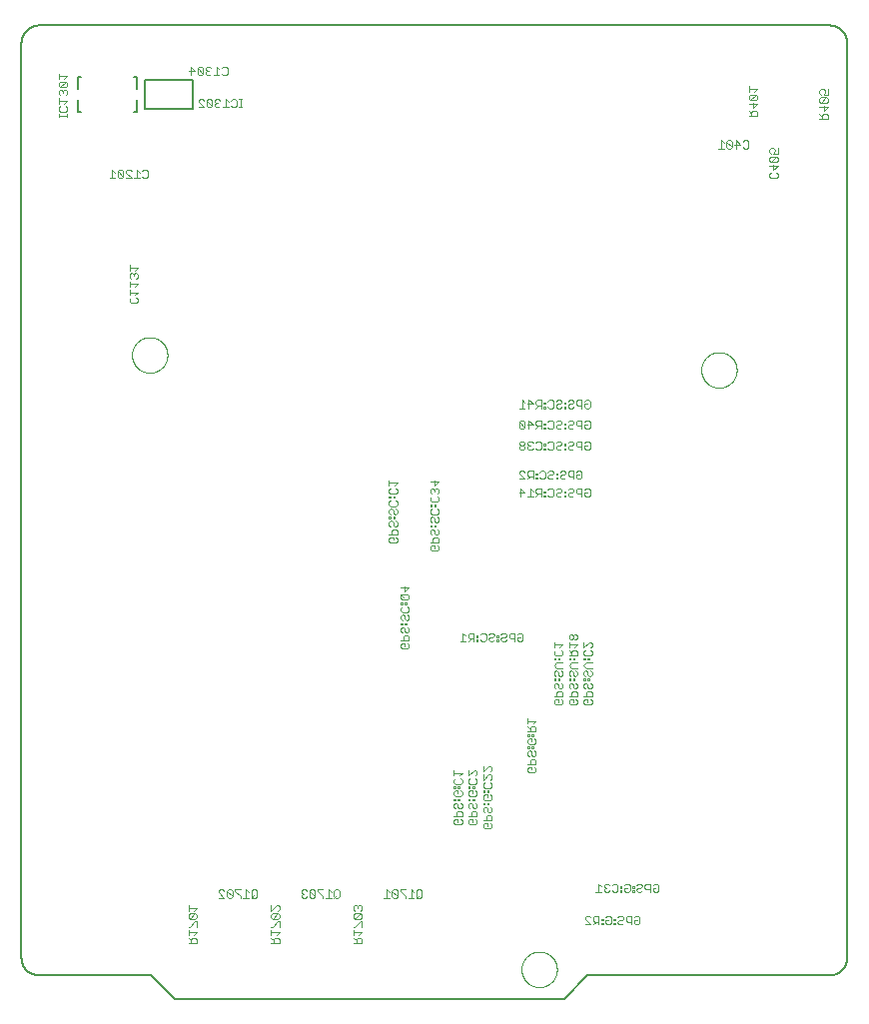
<source format=gbo>
G04 EAGLE Gerber RS-274X export*
G75*
%MOMM*%
%FSLAX35Y35*%
%LPD*%
%INsilk_bottom*%
%IPPOS*%
%AMOC8*
5,1,8,0,0,1.08239X$1,22.5*%
G01*
%ADD10C,0.127000*%
%ADD11C,0.000000*%
%ADD12C,0.050800*%


D10*
X0Y359000D02*
X0Y8109000D01*
X44Y8112625D01*
X175Y8116247D01*
X394Y8119865D01*
X700Y8123477D01*
X1094Y8127081D01*
X1574Y8130673D01*
X2141Y8134254D01*
X2794Y8137819D01*
X3534Y8141368D01*
X4359Y8144897D01*
X5269Y8148406D01*
X6263Y8151892D01*
X7342Y8155353D01*
X8503Y8158786D01*
X9748Y8162191D01*
X11074Y8165564D01*
X12481Y8168905D01*
X13969Y8172210D01*
X15536Y8175479D01*
X17182Y8178708D01*
X18905Y8181898D01*
X20705Y8185044D01*
X22580Y8188146D01*
X24529Y8191202D01*
X26552Y8194210D01*
X28647Y8197168D01*
X30813Y8200074D01*
X33049Y8202928D01*
X35353Y8205726D01*
X37723Y8208468D01*
X40160Y8211152D01*
X42660Y8213777D01*
X45223Y8216340D01*
X47848Y8218840D01*
X50532Y8221277D01*
X53274Y8223647D01*
X56072Y8225951D01*
X58926Y8228187D01*
X61832Y8230353D01*
X64790Y8232448D01*
X67798Y8234471D01*
X70854Y8236420D01*
X73956Y8238295D01*
X77102Y8240095D01*
X80292Y8241818D01*
X83521Y8243464D01*
X86790Y8245031D01*
X90095Y8246519D01*
X93436Y8247926D01*
X96809Y8249252D01*
X100214Y8250497D01*
X103647Y8251658D01*
X107108Y8252737D01*
X110594Y8253731D01*
X114103Y8254641D01*
X117632Y8255466D01*
X121181Y8256206D01*
X124746Y8256859D01*
X128327Y8257426D01*
X131919Y8257906D01*
X135523Y8258300D01*
X139135Y8258606D01*
X142753Y8258825D01*
X146375Y8258956D01*
X150000Y8259000D01*
X6850000Y8259000D01*
X6853625Y8258956D01*
X6857247Y8258825D01*
X6860865Y8258606D01*
X6864477Y8258300D01*
X6868081Y8257906D01*
X6871673Y8257426D01*
X6875254Y8256859D01*
X6878819Y8256206D01*
X6882368Y8255466D01*
X6885897Y8254641D01*
X6889406Y8253731D01*
X6892892Y8252737D01*
X6896353Y8251658D01*
X6899786Y8250497D01*
X6903191Y8249252D01*
X6906564Y8247926D01*
X6909905Y8246519D01*
X6913210Y8245031D01*
X6916479Y8243464D01*
X6919708Y8241818D01*
X6922898Y8240095D01*
X6926044Y8238295D01*
X6929146Y8236420D01*
X6932202Y8234471D01*
X6935210Y8232448D01*
X6938168Y8230353D01*
X6941074Y8228187D01*
X6943928Y8225951D01*
X6946726Y8223647D01*
X6949468Y8221277D01*
X6952152Y8218840D01*
X6954777Y8216340D01*
X6957340Y8213777D01*
X6959840Y8211152D01*
X6962277Y8208468D01*
X6964647Y8205726D01*
X6966951Y8202928D01*
X6969187Y8200074D01*
X6971353Y8197168D01*
X6973448Y8194210D01*
X6975471Y8191202D01*
X6977420Y8188146D01*
X6979295Y8185044D01*
X6981095Y8181898D01*
X6982818Y8178708D01*
X6984464Y8175479D01*
X6986031Y8172210D01*
X6987519Y8168905D01*
X6988926Y8165564D01*
X6990252Y8162191D01*
X6991497Y8158786D01*
X6992658Y8155353D01*
X6993737Y8151892D01*
X6994731Y8148406D01*
X6995641Y8144897D01*
X6996466Y8141368D01*
X6997206Y8137819D01*
X6997859Y8134254D01*
X6998426Y8130673D01*
X6998906Y8127081D01*
X6999300Y8123477D01*
X6999606Y8119865D01*
X6999825Y8116247D01*
X6999956Y8112625D01*
X7000000Y8109000D01*
X7000000Y359000D01*
X6999956Y355375D01*
X6999825Y351753D01*
X6999606Y348135D01*
X6999300Y344523D01*
X6998906Y340919D01*
X6998426Y337327D01*
X6997859Y333746D01*
X6997206Y330181D01*
X6996466Y326632D01*
X6995641Y323103D01*
X6994731Y319594D01*
X6993737Y316108D01*
X6992658Y312647D01*
X6991497Y309214D01*
X6990252Y305809D01*
X6988926Y302436D01*
X6987519Y299095D01*
X6986031Y295790D01*
X6984464Y292521D01*
X6982818Y289292D01*
X6981095Y286102D01*
X6979295Y282956D01*
X6977420Y279854D01*
X6975471Y276798D01*
X6973448Y273790D01*
X6971353Y270832D01*
X6969187Y267926D01*
X6966951Y265072D01*
X6964647Y262274D01*
X6962277Y259532D01*
X6959840Y256848D01*
X6957340Y254223D01*
X6954777Y251660D01*
X6952152Y249160D01*
X6949468Y246723D01*
X6946726Y244353D01*
X6943928Y242049D01*
X6941074Y239813D01*
X6938168Y237647D01*
X6935210Y235552D01*
X6932202Y233529D01*
X6929146Y231580D01*
X6926044Y229705D01*
X6922898Y227905D01*
X6919708Y226182D01*
X6916479Y224536D01*
X6913210Y222969D01*
X6909905Y221481D01*
X6906564Y220074D01*
X6903191Y218748D01*
X6899786Y217503D01*
X6896353Y216342D01*
X6892892Y215263D01*
X6889406Y214269D01*
X6885897Y213359D01*
X6882368Y212534D01*
X6878819Y211794D01*
X6875254Y211141D01*
X6871673Y210574D01*
X6868081Y210094D01*
X6864477Y209700D01*
X6860865Y209394D01*
X6857247Y209175D01*
X6853625Y209044D01*
X6850000Y209000D01*
X4800000Y209000D01*
X4600000Y9000D01*
X1300000Y9000D01*
X1100000Y209000D01*
X150000Y209000D01*
X146375Y209044D01*
X142753Y209175D01*
X139135Y209394D01*
X135523Y209700D01*
X131919Y210094D01*
X128327Y210574D01*
X124746Y211141D01*
X121181Y211794D01*
X117632Y212534D01*
X114103Y213359D01*
X110594Y214269D01*
X107108Y215263D01*
X103647Y216342D01*
X100214Y217503D01*
X96809Y218748D01*
X93436Y220074D01*
X90095Y221481D01*
X86790Y222969D01*
X83521Y224536D01*
X80292Y226182D01*
X77102Y227905D01*
X73956Y229705D01*
X70854Y231580D01*
X67798Y233529D01*
X64790Y235552D01*
X61832Y237647D01*
X58926Y239813D01*
X56072Y242049D01*
X53274Y244353D01*
X50532Y246723D01*
X47848Y249160D01*
X45223Y251660D01*
X42660Y254223D01*
X40160Y256848D01*
X37723Y259532D01*
X35353Y262274D01*
X33049Y265072D01*
X30813Y267926D01*
X28647Y270832D01*
X26552Y273790D01*
X24529Y276798D01*
X22580Y279854D01*
X20705Y282956D01*
X18905Y286102D01*
X17182Y289292D01*
X15536Y292521D01*
X13969Y295790D01*
X12481Y299095D01*
X11074Y302436D01*
X9748Y305809D01*
X8503Y309214D01*
X7342Y312647D01*
X6263Y316108D01*
X5269Y319594D01*
X4359Y323103D01*
X3534Y326632D01*
X2794Y330181D01*
X2141Y333746D01*
X1574Y337327D01*
X1094Y340919D01*
X700Y344523D01*
X394Y348135D01*
X175Y351753D01*
X44Y355375D01*
X0Y359000D01*
D11*
X4239000Y259000D02*
X4239045Y262681D01*
X4239181Y266360D01*
X4239406Y270035D01*
X4239722Y273703D01*
X4240128Y277362D01*
X4240624Y281010D01*
X4241208Y284644D01*
X4241882Y288264D01*
X4242645Y291865D01*
X4243495Y295447D01*
X4244434Y299007D01*
X4245459Y302543D01*
X4246571Y306052D01*
X4247768Y309533D01*
X4249051Y312984D01*
X4250418Y316403D01*
X4251869Y319786D01*
X4253402Y323133D01*
X4255016Y326442D01*
X4256712Y329710D01*
X4258487Y332935D01*
X4260341Y336115D01*
X4262272Y339250D01*
X4264280Y342336D01*
X4266362Y345371D01*
X4268519Y348355D01*
X4270748Y351285D01*
X4273048Y354159D01*
X4275419Y356976D01*
X4277857Y359734D01*
X4280363Y362431D01*
X4282934Y365066D01*
X4285569Y367637D01*
X4288266Y370143D01*
X4291024Y372581D01*
X4293841Y374952D01*
X4296715Y377252D01*
X4299645Y379481D01*
X4302629Y381638D01*
X4305664Y383720D01*
X4308750Y385728D01*
X4311885Y387659D01*
X4315065Y389513D01*
X4318290Y391288D01*
X4321558Y392984D01*
X4324867Y394598D01*
X4328214Y396131D01*
X4331597Y397582D01*
X4335016Y398949D01*
X4338467Y400232D01*
X4341948Y401429D01*
X4345457Y402541D01*
X4348993Y403566D01*
X4352553Y404505D01*
X4356135Y405355D01*
X4359736Y406118D01*
X4363356Y406792D01*
X4366990Y407376D01*
X4370638Y407872D01*
X4374297Y408278D01*
X4377965Y408594D01*
X4381640Y408819D01*
X4385319Y408955D01*
X4389000Y409000D01*
X4392681Y408955D01*
X4396360Y408819D01*
X4400035Y408594D01*
X4403703Y408278D01*
X4407362Y407872D01*
X4411010Y407376D01*
X4414644Y406792D01*
X4418264Y406118D01*
X4421865Y405355D01*
X4425447Y404505D01*
X4429007Y403566D01*
X4432543Y402541D01*
X4436052Y401429D01*
X4439533Y400232D01*
X4442984Y398949D01*
X4446403Y397582D01*
X4449786Y396131D01*
X4453133Y394598D01*
X4456442Y392984D01*
X4459710Y391288D01*
X4462935Y389513D01*
X4466115Y387659D01*
X4469250Y385728D01*
X4472336Y383720D01*
X4475371Y381638D01*
X4478355Y379481D01*
X4481285Y377252D01*
X4484159Y374952D01*
X4486976Y372581D01*
X4489734Y370143D01*
X4492431Y367637D01*
X4495066Y365066D01*
X4497637Y362431D01*
X4500143Y359734D01*
X4502581Y356976D01*
X4504952Y354159D01*
X4507252Y351285D01*
X4509481Y348355D01*
X4511638Y345371D01*
X4513720Y342336D01*
X4515728Y339250D01*
X4517659Y336115D01*
X4519513Y332935D01*
X4521288Y329710D01*
X4522984Y326442D01*
X4524598Y323133D01*
X4526131Y319786D01*
X4527582Y316403D01*
X4528949Y312984D01*
X4530232Y309533D01*
X4531429Y306052D01*
X4532541Y302543D01*
X4533566Y299007D01*
X4534505Y295447D01*
X4535355Y291865D01*
X4536118Y288264D01*
X4536792Y284644D01*
X4537376Y281010D01*
X4537872Y277362D01*
X4538278Y273703D01*
X4538594Y270035D01*
X4538819Y266360D01*
X4538955Y262681D01*
X4539000Y259000D01*
X4538955Y255319D01*
X4538819Y251640D01*
X4538594Y247965D01*
X4538278Y244297D01*
X4537872Y240638D01*
X4537376Y236990D01*
X4536792Y233356D01*
X4536118Y229736D01*
X4535355Y226135D01*
X4534505Y222553D01*
X4533566Y218993D01*
X4532541Y215457D01*
X4531429Y211948D01*
X4530232Y208467D01*
X4528949Y205016D01*
X4527582Y201597D01*
X4526131Y198214D01*
X4524598Y194867D01*
X4522984Y191558D01*
X4521288Y188290D01*
X4519513Y185065D01*
X4517659Y181885D01*
X4515728Y178750D01*
X4513720Y175664D01*
X4511638Y172629D01*
X4509481Y169645D01*
X4507252Y166715D01*
X4504952Y163841D01*
X4502581Y161024D01*
X4500143Y158266D01*
X4497637Y155569D01*
X4495066Y152934D01*
X4492431Y150363D01*
X4489734Y147857D01*
X4486976Y145419D01*
X4484159Y143048D01*
X4481285Y140748D01*
X4478355Y138519D01*
X4475371Y136362D01*
X4472336Y134280D01*
X4469250Y132272D01*
X4466115Y130341D01*
X4462935Y128487D01*
X4459710Y126712D01*
X4456442Y125016D01*
X4453133Y123402D01*
X4449786Y121869D01*
X4446403Y120418D01*
X4442984Y119051D01*
X4439533Y117768D01*
X4436052Y116571D01*
X4432543Y115459D01*
X4429007Y114434D01*
X4425447Y113495D01*
X4421865Y112645D01*
X4418264Y111882D01*
X4414644Y111208D01*
X4411010Y110624D01*
X4407362Y110128D01*
X4403703Y109722D01*
X4400035Y109406D01*
X4396360Y109181D01*
X4392681Y109045D01*
X4389000Y109000D01*
X4385319Y109045D01*
X4381640Y109181D01*
X4377965Y109406D01*
X4374297Y109722D01*
X4370638Y110128D01*
X4366990Y110624D01*
X4363356Y111208D01*
X4359736Y111882D01*
X4356135Y112645D01*
X4352553Y113495D01*
X4348993Y114434D01*
X4345457Y115459D01*
X4341948Y116571D01*
X4338467Y117768D01*
X4335016Y119051D01*
X4331597Y120418D01*
X4328214Y121869D01*
X4324867Y123402D01*
X4321558Y125016D01*
X4318290Y126712D01*
X4315065Y128487D01*
X4311885Y130341D01*
X4308750Y132272D01*
X4305664Y134280D01*
X4302629Y136362D01*
X4299645Y138519D01*
X4296715Y140748D01*
X4293841Y143048D01*
X4291024Y145419D01*
X4288266Y147857D01*
X4285569Y150363D01*
X4282934Y152934D01*
X4280363Y155569D01*
X4277857Y158266D01*
X4275419Y161024D01*
X4273048Y163841D01*
X4270748Y166715D01*
X4268519Y169645D01*
X4266362Y172629D01*
X4264280Y175664D01*
X4262272Y178750D01*
X4260341Y181885D01*
X4258487Y185065D01*
X4256712Y188290D01*
X4255016Y191558D01*
X4253402Y194867D01*
X4251869Y198214D01*
X4250418Y201597D01*
X4249051Y205016D01*
X4247768Y208467D01*
X4246571Y211948D01*
X4245459Y215457D01*
X4244434Y218993D01*
X4243495Y222553D01*
X4242645Y226135D01*
X4241882Y229736D01*
X4241208Y233356D01*
X4240624Y236990D01*
X4240128Y240638D01*
X4239722Y244297D01*
X4239406Y247965D01*
X4239181Y251640D01*
X4239045Y255319D01*
X4239000Y259000D01*
X5763000Y5339000D02*
X5763045Y5342681D01*
X5763181Y5346360D01*
X5763406Y5350035D01*
X5763722Y5353703D01*
X5764128Y5357362D01*
X5764624Y5361010D01*
X5765208Y5364644D01*
X5765882Y5368264D01*
X5766645Y5371865D01*
X5767495Y5375447D01*
X5768434Y5379007D01*
X5769459Y5382543D01*
X5770571Y5386052D01*
X5771768Y5389533D01*
X5773051Y5392984D01*
X5774418Y5396403D01*
X5775869Y5399786D01*
X5777402Y5403133D01*
X5779016Y5406442D01*
X5780712Y5409710D01*
X5782487Y5412935D01*
X5784341Y5416115D01*
X5786272Y5419250D01*
X5788280Y5422336D01*
X5790362Y5425371D01*
X5792519Y5428355D01*
X5794748Y5431285D01*
X5797048Y5434159D01*
X5799419Y5436976D01*
X5801857Y5439734D01*
X5804363Y5442431D01*
X5806934Y5445066D01*
X5809569Y5447637D01*
X5812266Y5450143D01*
X5815024Y5452581D01*
X5817841Y5454952D01*
X5820715Y5457252D01*
X5823645Y5459481D01*
X5826629Y5461638D01*
X5829664Y5463720D01*
X5832750Y5465728D01*
X5835885Y5467659D01*
X5839065Y5469513D01*
X5842290Y5471288D01*
X5845558Y5472984D01*
X5848867Y5474598D01*
X5852214Y5476131D01*
X5855597Y5477582D01*
X5859016Y5478949D01*
X5862467Y5480232D01*
X5865948Y5481429D01*
X5869457Y5482541D01*
X5872993Y5483566D01*
X5876553Y5484505D01*
X5880135Y5485355D01*
X5883736Y5486118D01*
X5887356Y5486792D01*
X5890990Y5487376D01*
X5894638Y5487872D01*
X5898297Y5488278D01*
X5901965Y5488594D01*
X5905640Y5488819D01*
X5909319Y5488955D01*
X5913000Y5489000D01*
X5916681Y5488955D01*
X5920360Y5488819D01*
X5924035Y5488594D01*
X5927703Y5488278D01*
X5931362Y5487872D01*
X5935010Y5487376D01*
X5938644Y5486792D01*
X5942264Y5486118D01*
X5945865Y5485355D01*
X5949447Y5484505D01*
X5953007Y5483566D01*
X5956543Y5482541D01*
X5960052Y5481429D01*
X5963533Y5480232D01*
X5966984Y5478949D01*
X5970403Y5477582D01*
X5973786Y5476131D01*
X5977133Y5474598D01*
X5980442Y5472984D01*
X5983710Y5471288D01*
X5986935Y5469513D01*
X5990115Y5467659D01*
X5993250Y5465728D01*
X5996336Y5463720D01*
X5999371Y5461638D01*
X6002355Y5459481D01*
X6005285Y5457252D01*
X6008159Y5454952D01*
X6010976Y5452581D01*
X6013734Y5450143D01*
X6016431Y5447637D01*
X6019066Y5445066D01*
X6021637Y5442431D01*
X6024143Y5439734D01*
X6026581Y5436976D01*
X6028952Y5434159D01*
X6031252Y5431285D01*
X6033481Y5428355D01*
X6035638Y5425371D01*
X6037720Y5422336D01*
X6039728Y5419250D01*
X6041659Y5416115D01*
X6043513Y5412935D01*
X6045288Y5409710D01*
X6046984Y5406442D01*
X6048598Y5403133D01*
X6050131Y5399786D01*
X6051582Y5396403D01*
X6052949Y5392984D01*
X6054232Y5389533D01*
X6055429Y5386052D01*
X6056541Y5382543D01*
X6057566Y5379007D01*
X6058505Y5375447D01*
X6059355Y5371865D01*
X6060118Y5368264D01*
X6060792Y5364644D01*
X6061376Y5361010D01*
X6061872Y5357362D01*
X6062278Y5353703D01*
X6062594Y5350035D01*
X6062819Y5346360D01*
X6062955Y5342681D01*
X6063000Y5339000D01*
X6062955Y5335319D01*
X6062819Y5331640D01*
X6062594Y5327965D01*
X6062278Y5324297D01*
X6061872Y5320638D01*
X6061376Y5316990D01*
X6060792Y5313356D01*
X6060118Y5309736D01*
X6059355Y5306135D01*
X6058505Y5302553D01*
X6057566Y5298993D01*
X6056541Y5295457D01*
X6055429Y5291948D01*
X6054232Y5288467D01*
X6052949Y5285016D01*
X6051582Y5281597D01*
X6050131Y5278214D01*
X6048598Y5274867D01*
X6046984Y5271558D01*
X6045288Y5268290D01*
X6043513Y5265065D01*
X6041659Y5261885D01*
X6039728Y5258750D01*
X6037720Y5255664D01*
X6035638Y5252629D01*
X6033481Y5249645D01*
X6031252Y5246715D01*
X6028952Y5243841D01*
X6026581Y5241024D01*
X6024143Y5238266D01*
X6021637Y5235569D01*
X6019066Y5232934D01*
X6016431Y5230363D01*
X6013734Y5227857D01*
X6010976Y5225419D01*
X6008159Y5223048D01*
X6005285Y5220748D01*
X6002355Y5218519D01*
X5999371Y5216362D01*
X5996336Y5214280D01*
X5993250Y5212272D01*
X5990115Y5210341D01*
X5986935Y5208487D01*
X5983710Y5206712D01*
X5980442Y5205016D01*
X5977133Y5203402D01*
X5973786Y5201869D01*
X5970403Y5200418D01*
X5966984Y5199051D01*
X5963533Y5197768D01*
X5960052Y5196571D01*
X5956543Y5195459D01*
X5953007Y5194434D01*
X5949447Y5193495D01*
X5945865Y5192645D01*
X5942264Y5191882D01*
X5938644Y5191208D01*
X5935010Y5190624D01*
X5931362Y5190128D01*
X5927703Y5189722D01*
X5924035Y5189406D01*
X5920360Y5189181D01*
X5916681Y5189045D01*
X5913000Y5189000D01*
X5909319Y5189045D01*
X5905640Y5189181D01*
X5901965Y5189406D01*
X5898297Y5189722D01*
X5894638Y5190128D01*
X5890990Y5190624D01*
X5887356Y5191208D01*
X5883736Y5191882D01*
X5880135Y5192645D01*
X5876553Y5193495D01*
X5872993Y5194434D01*
X5869457Y5195459D01*
X5865948Y5196571D01*
X5862467Y5197768D01*
X5859016Y5199051D01*
X5855597Y5200418D01*
X5852214Y5201869D01*
X5848867Y5203402D01*
X5845558Y5205016D01*
X5842290Y5206712D01*
X5839065Y5208487D01*
X5835885Y5210341D01*
X5832750Y5212272D01*
X5829664Y5214280D01*
X5826629Y5216362D01*
X5823645Y5218519D01*
X5820715Y5220748D01*
X5817841Y5223048D01*
X5815024Y5225419D01*
X5812266Y5227857D01*
X5809569Y5230363D01*
X5806934Y5232934D01*
X5804363Y5235569D01*
X5801857Y5238266D01*
X5799419Y5241024D01*
X5797048Y5243841D01*
X5794748Y5246715D01*
X5792519Y5249645D01*
X5790362Y5252629D01*
X5788280Y5255664D01*
X5786272Y5258750D01*
X5784341Y5261885D01*
X5782487Y5265065D01*
X5780712Y5268290D01*
X5779016Y5271558D01*
X5777402Y5274867D01*
X5775869Y5278214D01*
X5774418Y5281597D01*
X5773051Y5285016D01*
X5771768Y5288467D01*
X5770571Y5291948D01*
X5769459Y5295457D01*
X5768434Y5298993D01*
X5767495Y5302553D01*
X5766645Y5306135D01*
X5765882Y5309736D01*
X5765208Y5313356D01*
X5764624Y5316990D01*
X5764128Y5320638D01*
X5763722Y5324297D01*
X5763406Y5327965D01*
X5763181Y5331640D01*
X5763045Y5335319D01*
X5763000Y5339000D01*
X937000Y5466000D02*
X937045Y5469681D01*
X937181Y5473360D01*
X937406Y5477035D01*
X937722Y5480703D01*
X938128Y5484362D01*
X938624Y5488010D01*
X939208Y5491644D01*
X939882Y5495264D01*
X940645Y5498865D01*
X941495Y5502447D01*
X942434Y5506007D01*
X943459Y5509543D01*
X944571Y5513052D01*
X945768Y5516533D01*
X947051Y5519984D01*
X948418Y5523403D01*
X949869Y5526786D01*
X951402Y5530133D01*
X953016Y5533442D01*
X954712Y5536710D01*
X956487Y5539935D01*
X958341Y5543115D01*
X960272Y5546250D01*
X962280Y5549336D01*
X964362Y5552371D01*
X966519Y5555355D01*
X968748Y5558285D01*
X971048Y5561159D01*
X973419Y5563976D01*
X975857Y5566734D01*
X978363Y5569431D01*
X980934Y5572066D01*
X983569Y5574637D01*
X986266Y5577143D01*
X989024Y5579581D01*
X991841Y5581952D01*
X994715Y5584252D01*
X997645Y5586481D01*
X1000629Y5588638D01*
X1003664Y5590720D01*
X1006750Y5592728D01*
X1009885Y5594659D01*
X1013065Y5596513D01*
X1016290Y5598288D01*
X1019558Y5599984D01*
X1022867Y5601598D01*
X1026214Y5603131D01*
X1029597Y5604582D01*
X1033016Y5605949D01*
X1036467Y5607232D01*
X1039948Y5608429D01*
X1043457Y5609541D01*
X1046993Y5610566D01*
X1050553Y5611505D01*
X1054135Y5612355D01*
X1057736Y5613118D01*
X1061356Y5613792D01*
X1064990Y5614376D01*
X1068638Y5614872D01*
X1072297Y5615278D01*
X1075965Y5615594D01*
X1079640Y5615819D01*
X1083319Y5615955D01*
X1087000Y5616000D01*
X1090681Y5615955D01*
X1094360Y5615819D01*
X1098035Y5615594D01*
X1101703Y5615278D01*
X1105362Y5614872D01*
X1109010Y5614376D01*
X1112644Y5613792D01*
X1116264Y5613118D01*
X1119865Y5612355D01*
X1123447Y5611505D01*
X1127007Y5610566D01*
X1130543Y5609541D01*
X1134052Y5608429D01*
X1137533Y5607232D01*
X1140984Y5605949D01*
X1144403Y5604582D01*
X1147786Y5603131D01*
X1151133Y5601598D01*
X1154442Y5599984D01*
X1157710Y5598288D01*
X1160935Y5596513D01*
X1164115Y5594659D01*
X1167250Y5592728D01*
X1170336Y5590720D01*
X1173371Y5588638D01*
X1176355Y5586481D01*
X1179285Y5584252D01*
X1182159Y5581952D01*
X1184976Y5579581D01*
X1187734Y5577143D01*
X1190431Y5574637D01*
X1193066Y5572066D01*
X1195637Y5569431D01*
X1198143Y5566734D01*
X1200581Y5563976D01*
X1202952Y5561159D01*
X1205252Y5558285D01*
X1207481Y5555355D01*
X1209638Y5552371D01*
X1211720Y5549336D01*
X1213728Y5546250D01*
X1215659Y5543115D01*
X1217513Y5539935D01*
X1219288Y5536710D01*
X1220984Y5533442D01*
X1222598Y5530133D01*
X1224131Y5526786D01*
X1225582Y5523403D01*
X1226949Y5519984D01*
X1228232Y5516533D01*
X1229429Y5513052D01*
X1230541Y5509543D01*
X1231566Y5506007D01*
X1232505Y5502447D01*
X1233355Y5498865D01*
X1234118Y5495264D01*
X1234792Y5491644D01*
X1235376Y5488010D01*
X1235872Y5484362D01*
X1236278Y5480703D01*
X1236594Y5477035D01*
X1236819Y5473360D01*
X1236955Y5469681D01*
X1237000Y5466000D01*
X1236955Y5462319D01*
X1236819Y5458640D01*
X1236594Y5454965D01*
X1236278Y5451297D01*
X1235872Y5447638D01*
X1235376Y5443990D01*
X1234792Y5440356D01*
X1234118Y5436736D01*
X1233355Y5433135D01*
X1232505Y5429553D01*
X1231566Y5425993D01*
X1230541Y5422457D01*
X1229429Y5418948D01*
X1228232Y5415467D01*
X1226949Y5412016D01*
X1225582Y5408597D01*
X1224131Y5405214D01*
X1222598Y5401867D01*
X1220984Y5398558D01*
X1219288Y5395290D01*
X1217513Y5392065D01*
X1215659Y5388885D01*
X1213728Y5385750D01*
X1211720Y5382664D01*
X1209638Y5379629D01*
X1207481Y5376645D01*
X1205252Y5373715D01*
X1202952Y5370841D01*
X1200581Y5368024D01*
X1198143Y5365266D01*
X1195637Y5362569D01*
X1193066Y5359934D01*
X1190431Y5357363D01*
X1187734Y5354857D01*
X1184976Y5352419D01*
X1182159Y5350048D01*
X1179285Y5347748D01*
X1176355Y5345519D01*
X1173371Y5343362D01*
X1170336Y5341280D01*
X1167250Y5339272D01*
X1164115Y5337341D01*
X1160935Y5335487D01*
X1157710Y5333712D01*
X1154442Y5332016D01*
X1151133Y5330402D01*
X1147786Y5328869D01*
X1144403Y5327418D01*
X1140984Y5326051D01*
X1137533Y5324768D01*
X1134052Y5323571D01*
X1130543Y5322459D01*
X1127007Y5321434D01*
X1123447Y5320495D01*
X1119865Y5319645D01*
X1116264Y5318882D01*
X1112644Y5318208D01*
X1109010Y5317624D01*
X1105362Y5317128D01*
X1101703Y5316722D01*
X1098035Y5316406D01*
X1094360Y5316181D01*
X1090681Y5316045D01*
X1087000Y5316000D01*
X1083319Y5316045D01*
X1079640Y5316181D01*
X1075965Y5316406D01*
X1072297Y5316722D01*
X1068638Y5317128D01*
X1064990Y5317624D01*
X1061356Y5318208D01*
X1057736Y5318882D01*
X1054135Y5319645D01*
X1050553Y5320495D01*
X1046993Y5321434D01*
X1043457Y5322459D01*
X1039948Y5323571D01*
X1036467Y5324768D01*
X1033016Y5326051D01*
X1029597Y5327418D01*
X1026214Y5328869D01*
X1022867Y5330402D01*
X1019558Y5332016D01*
X1016290Y5333712D01*
X1013065Y5335487D01*
X1009885Y5337341D01*
X1006750Y5339272D01*
X1003664Y5341280D01*
X1000629Y5343362D01*
X997645Y5345519D01*
X994715Y5347748D01*
X991841Y5350048D01*
X989024Y5352419D01*
X986266Y5354857D01*
X983569Y5357363D01*
X980934Y5359934D01*
X978363Y5362569D01*
X975857Y5365266D01*
X973419Y5368024D01*
X971048Y5370841D01*
X968748Y5373715D01*
X966519Y5376645D01*
X964362Y5379629D01*
X962280Y5382664D01*
X960272Y5385750D01*
X958341Y5388885D01*
X956487Y5392065D01*
X954712Y5395290D01*
X953016Y5398558D01*
X951402Y5401867D01*
X949869Y5405214D01*
X948418Y5408597D01*
X947051Y5412016D01*
X945768Y5415467D01*
X944571Y5418948D01*
X943459Y5422457D01*
X942434Y5425993D01*
X941495Y5429553D01*
X940645Y5433135D01*
X939882Y5436736D01*
X939208Y5440356D01*
X938624Y5443990D01*
X938128Y5447638D01*
X937722Y5451297D01*
X937406Y5454965D01*
X937181Y5458640D01*
X937045Y5462319D01*
X937000Y5466000D01*
D12*
X1698454Y7898356D02*
X1710118Y7910020D01*
X1733444Y7910020D01*
X1745108Y7898356D01*
X1745108Y7851703D01*
X1733444Y7840040D01*
X1710118Y7840040D01*
X1698454Y7851703D01*
X1676049Y7886693D02*
X1652722Y7910020D01*
X1652722Y7840040D01*
X1629396Y7840040D02*
X1676049Y7840040D01*
X1606990Y7898356D02*
X1595327Y7910020D01*
X1572000Y7910020D01*
X1560337Y7898356D01*
X1560337Y7886693D01*
X1572000Y7875030D01*
X1583663Y7875030D01*
X1572000Y7875030D02*
X1560337Y7863367D01*
X1560337Y7851703D01*
X1572000Y7840040D01*
X1595327Y7840040D01*
X1606990Y7851703D01*
X1537931Y7851703D02*
X1537931Y7898356D01*
X1526268Y7910020D01*
X1502942Y7910020D01*
X1491278Y7898356D01*
X1491278Y7851703D01*
X1502942Y7840040D01*
X1526268Y7840040D01*
X1537931Y7851703D01*
X1491278Y7898356D01*
X1433883Y7910020D02*
X1433883Y7840040D01*
X1468873Y7875030D02*
X1433883Y7910020D01*
X1422219Y7875030D02*
X1468873Y7875030D01*
D10*
X500000Y7825000D02*
X475000Y7825000D01*
X475000Y7525000D02*
X500000Y7525000D01*
X950000Y7525000D02*
X975000Y7525000D01*
X975000Y7825000D02*
X950000Y7825000D01*
X475000Y7825000D02*
X475000Y7725000D01*
X475000Y7625000D02*
X475000Y7525000D01*
X975000Y7725000D02*
X975000Y7825000D01*
X975000Y7625000D02*
X975000Y7525000D01*
D12*
X315040Y7505199D02*
X315040Y7481873D01*
X315040Y7493536D02*
X385020Y7493536D01*
X385020Y7481873D02*
X385020Y7505199D01*
X385020Y7562902D02*
X373356Y7574565D01*
X385020Y7562902D02*
X385020Y7539575D01*
X373356Y7527912D01*
X326703Y7527912D01*
X315040Y7539575D01*
X315040Y7562902D01*
X326703Y7574565D01*
X361693Y7596971D02*
X385020Y7620297D01*
X315040Y7620297D01*
X315040Y7596971D02*
X315040Y7643624D01*
X373356Y7666029D02*
X385020Y7677693D01*
X385020Y7701019D01*
X373356Y7712683D01*
X361693Y7712683D01*
X350030Y7701019D01*
X350030Y7689356D01*
X350030Y7701019D02*
X338367Y7712683D01*
X326703Y7712683D01*
X315040Y7701019D01*
X315040Y7677693D01*
X326703Y7666029D01*
X326703Y7735088D02*
X373356Y7735088D01*
X385020Y7746751D01*
X385020Y7770078D01*
X373356Y7781741D01*
X326703Y7781741D01*
X315040Y7770078D01*
X315040Y7746751D01*
X326703Y7735088D01*
X373356Y7781741D01*
X361693Y7804147D02*
X385020Y7827473D01*
X315040Y7827473D01*
X315040Y7804147D02*
X315040Y7850800D01*
D10*
X1050000Y7800000D02*
X1050000Y7550000D01*
X1450000Y7550000D01*
X1450000Y7800000D01*
X1050000Y7800000D01*
D12*
X1844801Y7565040D02*
X1868127Y7565040D01*
X1856464Y7565040D02*
X1856464Y7635020D01*
X1868127Y7635020D02*
X1844801Y7635020D01*
X1787098Y7635020D02*
X1775435Y7623356D01*
X1787098Y7635020D02*
X1810425Y7635020D01*
X1822088Y7623356D01*
X1822088Y7576703D01*
X1810425Y7565040D01*
X1787098Y7565040D01*
X1775435Y7576703D01*
X1753029Y7611693D02*
X1729703Y7635020D01*
X1729703Y7565040D01*
X1753029Y7565040D02*
X1706376Y7565040D01*
X1683971Y7623356D02*
X1672308Y7635020D01*
X1648981Y7635020D01*
X1637318Y7623356D01*
X1637318Y7611693D01*
X1648981Y7600030D01*
X1660644Y7600030D01*
X1648981Y7600030D02*
X1637318Y7588367D01*
X1637318Y7576703D01*
X1648981Y7565040D01*
X1672308Y7565040D01*
X1683971Y7576703D01*
X1614912Y7576703D02*
X1614912Y7623356D01*
X1603249Y7635020D01*
X1579922Y7635020D01*
X1568259Y7623356D01*
X1568259Y7576703D01*
X1579922Y7565040D01*
X1603249Y7565040D01*
X1614912Y7576703D01*
X1568259Y7623356D01*
X1545853Y7565040D02*
X1499200Y7565040D01*
X1545853Y7565040D02*
X1499200Y7611693D01*
X1499200Y7623356D01*
X1510863Y7635020D01*
X1534190Y7635020D01*
X1545853Y7623356D01*
X973356Y5951546D02*
X985020Y5939882D01*
X985020Y5916556D01*
X973356Y5904893D01*
X926703Y5904893D01*
X915040Y5916556D01*
X915040Y5939882D01*
X926703Y5951546D01*
X961693Y5973951D02*
X985020Y5997278D01*
X915040Y5997278D01*
X915040Y6020604D02*
X915040Y5973951D01*
X961693Y6043010D02*
X985020Y6066337D01*
X915040Y6066337D01*
X915040Y6089663D02*
X915040Y6043010D01*
X973356Y6112069D02*
X985020Y6123732D01*
X985020Y6147058D01*
X973356Y6158722D01*
X961693Y6158722D01*
X950030Y6147058D01*
X950030Y6135395D01*
X950030Y6147058D02*
X938367Y6158722D01*
X926703Y6158722D01*
X915040Y6147058D01*
X915040Y6123732D01*
X926703Y6112069D01*
X961693Y6181128D02*
X985020Y6204454D01*
X915040Y6204454D01*
X915040Y6181128D02*
X915040Y6227781D01*
X3848356Y1532487D02*
X3860020Y1520823D01*
X3860020Y1497497D01*
X3848356Y1485833D01*
X3801703Y1485833D01*
X3790040Y1497497D01*
X3790040Y1520823D01*
X3801703Y1532487D01*
X3825030Y1532487D01*
X3825030Y1509160D01*
X3790040Y1554892D02*
X3860020Y1554892D01*
X3860020Y1589882D01*
X3848356Y1601545D01*
X3825030Y1601545D01*
X3813367Y1589882D01*
X3813367Y1554892D01*
X3860020Y1658941D02*
X3848356Y1670604D01*
X3860020Y1658941D02*
X3860020Y1635614D01*
X3848356Y1623951D01*
X3836693Y1623951D01*
X3825030Y1635614D01*
X3825030Y1658941D01*
X3813367Y1670604D01*
X3801703Y1670604D01*
X3790040Y1658941D01*
X3790040Y1635614D01*
X3801703Y1623951D01*
X3836693Y1693010D02*
X3836693Y1704673D01*
X3825030Y1704673D01*
X3825030Y1693010D01*
X3836693Y1693010D01*
X3801703Y1693010D02*
X3801703Y1704673D01*
X3790040Y1704673D01*
X3790040Y1693010D01*
X3801703Y1693010D01*
X3860020Y1762529D02*
X3848356Y1774192D01*
X3860020Y1762529D02*
X3860020Y1739202D01*
X3848356Y1727539D01*
X3801703Y1727539D01*
X3790040Y1739202D01*
X3790040Y1762529D01*
X3801703Y1774192D01*
X3825030Y1774192D01*
X3825030Y1750866D01*
X3836693Y1796598D02*
X3836693Y1808261D01*
X3825030Y1808261D01*
X3825030Y1796598D01*
X3836693Y1796598D01*
X3801703Y1796598D02*
X3801703Y1808261D01*
X3790040Y1808261D01*
X3790040Y1796598D01*
X3801703Y1796598D01*
X3860020Y1866117D02*
X3848356Y1877780D01*
X3860020Y1866117D02*
X3860020Y1842790D01*
X3848356Y1831127D01*
X3801703Y1831127D01*
X3790040Y1842790D01*
X3790040Y1866117D01*
X3801703Y1877780D01*
X3790040Y1900186D02*
X3790040Y1946839D01*
X3790040Y1900186D02*
X3836693Y1946839D01*
X3848356Y1946839D01*
X3860020Y1935176D01*
X3860020Y1911849D01*
X3848356Y1900186D01*
X3973356Y1497957D02*
X3985020Y1486293D01*
X3985020Y1462967D01*
X3973356Y1451304D01*
X3926703Y1451304D01*
X3915040Y1462967D01*
X3915040Y1486293D01*
X3926703Y1497957D01*
X3950030Y1497957D01*
X3950030Y1474630D01*
X3915040Y1520363D02*
X3985020Y1520363D01*
X3985020Y1555352D01*
X3973356Y1567016D01*
X3950030Y1567016D01*
X3938367Y1555352D01*
X3938367Y1520363D01*
X3985020Y1624411D02*
X3973356Y1636074D01*
X3985020Y1624411D02*
X3985020Y1601084D01*
X3973356Y1589421D01*
X3961693Y1589421D01*
X3950030Y1601084D01*
X3950030Y1624411D01*
X3938367Y1636074D01*
X3926703Y1636074D01*
X3915040Y1624411D01*
X3915040Y1601084D01*
X3926703Y1589421D01*
X3961693Y1658480D02*
X3961693Y1670143D01*
X3950030Y1670143D01*
X3950030Y1658480D01*
X3961693Y1658480D01*
X3926703Y1658480D02*
X3926703Y1670143D01*
X3915040Y1670143D01*
X3915040Y1658480D01*
X3926703Y1658480D01*
X3985020Y1727999D02*
X3973356Y1739663D01*
X3985020Y1727999D02*
X3985020Y1704673D01*
X3973356Y1693009D01*
X3926703Y1693009D01*
X3915040Y1704673D01*
X3915040Y1727999D01*
X3926703Y1739663D01*
X3950030Y1739663D01*
X3950030Y1716336D01*
X3961693Y1762068D02*
X3961693Y1773731D01*
X3950030Y1773731D01*
X3950030Y1762068D01*
X3961693Y1762068D01*
X3926703Y1762068D02*
X3926703Y1773731D01*
X3915040Y1773731D01*
X3915040Y1762068D01*
X3926703Y1762068D01*
X3985020Y1831587D02*
X3973356Y1843251D01*
X3985020Y1831587D02*
X3985020Y1808261D01*
X3973356Y1796598D01*
X3926703Y1796598D01*
X3915040Y1808261D01*
X3915040Y1831587D01*
X3926703Y1843251D01*
X3915040Y1865656D02*
X3915040Y1912309D01*
X3915040Y1865656D02*
X3961693Y1912309D01*
X3973356Y1912309D01*
X3985020Y1900646D01*
X3985020Y1877319D01*
X3973356Y1865656D01*
X3915040Y1934715D02*
X3915040Y1981368D01*
X3915040Y1934715D02*
X3961693Y1981368D01*
X3973356Y1981368D01*
X3985020Y1969705D01*
X3985020Y1946378D01*
X3973356Y1934715D01*
X5352043Y973356D02*
X5363706Y985020D01*
X5387033Y985020D01*
X5398696Y973356D01*
X5398696Y926703D01*
X5387033Y915040D01*
X5363706Y915040D01*
X5352043Y926703D01*
X5352043Y950030D01*
X5375369Y950030D01*
X5329637Y915040D02*
X5329637Y985020D01*
X5294648Y985020D01*
X5282984Y973356D01*
X5282984Y950030D01*
X5294648Y938367D01*
X5329637Y938367D01*
X5225589Y985020D02*
X5213925Y973356D01*
X5225589Y985020D02*
X5248915Y985020D01*
X5260578Y973356D01*
X5260578Y961693D01*
X5248915Y950030D01*
X5225589Y950030D01*
X5213925Y938367D01*
X5213925Y926703D01*
X5225589Y915040D01*
X5248915Y915040D01*
X5260578Y926703D01*
X5191520Y961693D02*
X5179857Y961693D01*
X5179857Y950030D01*
X5191520Y950030D01*
X5191520Y961693D01*
X5191520Y926703D02*
X5179857Y926703D01*
X5179857Y915040D01*
X5191520Y915040D01*
X5191520Y926703D01*
X5122001Y985020D02*
X5110337Y973356D01*
X5122001Y985020D02*
X5145327Y985020D01*
X5156990Y973356D01*
X5156990Y926703D01*
X5145327Y915040D01*
X5122001Y915040D01*
X5110337Y926703D01*
X5110337Y950030D01*
X5133664Y950030D01*
X5087932Y961693D02*
X5076268Y961693D01*
X5076268Y950030D01*
X5087932Y950030D01*
X5087932Y961693D01*
X5087932Y926703D02*
X5076268Y926703D01*
X5076268Y915040D01*
X5087932Y915040D01*
X5087932Y926703D01*
X5018413Y985020D02*
X5006749Y973356D01*
X5018413Y985020D02*
X5041739Y985020D01*
X5053402Y973356D01*
X5053402Y926703D01*
X5041739Y915040D01*
X5018413Y915040D01*
X5006749Y926703D01*
X4984343Y973356D02*
X4972680Y985020D01*
X4949354Y985020D01*
X4937690Y973356D01*
X4937690Y961693D01*
X4949354Y950030D01*
X4961017Y950030D01*
X4949354Y950030D02*
X4937690Y938367D01*
X4937690Y926703D01*
X4949354Y915040D01*
X4972680Y915040D01*
X4984343Y926703D01*
X4915285Y961693D02*
X4891958Y985020D01*
X4891958Y915040D01*
X4868632Y915040D02*
X4915285Y915040D01*
X4585020Y2537530D02*
X4573356Y2549193D01*
X4585020Y2537530D02*
X4585020Y2514203D01*
X4573356Y2502540D01*
X4526703Y2502540D01*
X4515040Y2514203D01*
X4515040Y2537530D01*
X4526703Y2549193D01*
X4550030Y2549193D01*
X4550030Y2525867D01*
X4515040Y2571599D02*
X4585020Y2571599D01*
X4585020Y2606588D01*
X4573356Y2618252D01*
X4550030Y2618252D01*
X4538367Y2606588D01*
X4538367Y2571599D01*
X4585020Y2675647D02*
X4573356Y2687311D01*
X4585020Y2675647D02*
X4585020Y2652321D01*
X4573356Y2640658D01*
X4561693Y2640658D01*
X4550030Y2652321D01*
X4550030Y2675647D01*
X4538367Y2687311D01*
X4526703Y2687311D01*
X4515040Y2675647D01*
X4515040Y2652321D01*
X4526703Y2640658D01*
X4561693Y2709716D02*
X4561693Y2721379D01*
X4550030Y2721379D01*
X4550030Y2709716D01*
X4561693Y2709716D01*
X4526703Y2709716D02*
X4526703Y2721379D01*
X4515040Y2721379D01*
X4515040Y2709716D01*
X4526703Y2709716D01*
X4585020Y2779235D02*
X4573356Y2790899D01*
X4585020Y2779235D02*
X4585020Y2755909D01*
X4573356Y2744246D01*
X4561693Y2744246D01*
X4550030Y2755909D01*
X4550030Y2779235D01*
X4538367Y2790899D01*
X4526703Y2790899D01*
X4515040Y2779235D01*
X4515040Y2755909D01*
X4526703Y2744246D01*
X4538367Y2813304D02*
X4585020Y2813304D01*
X4538367Y2813304D02*
X4515040Y2836631D01*
X4538367Y2859958D01*
X4585020Y2859958D01*
X4561693Y2882363D02*
X4561693Y2894026D01*
X4550030Y2894026D01*
X4550030Y2882363D01*
X4561693Y2882363D01*
X4526703Y2882363D02*
X4526703Y2894026D01*
X4515040Y2894026D01*
X4515040Y2882363D01*
X4526703Y2882363D01*
X4585020Y2951882D02*
X4573356Y2963546D01*
X4585020Y2951882D02*
X4585020Y2928556D01*
X4573356Y2916893D01*
X4526703Y2916893D01*
X4515040Y2928556D01*
X4515040Y2951882D01*
X4526703Y2963546D01*
X4561693Y2985951D02*
X4585020Y3009278D01*
X4515040Y3009278D01*
X4515040Y3032604D02*
X4515040Y2985951D01*
X4823356Y2549193D02*
X4835020Y2537530D01*
X4835020Y2514203D01*
X4823356Y2502540D01*
X4776703Y2502540D01*
X4765040Y2514203D01*
X4765040Y2537530D01*
X4776703Y2549193D01*
X4800030Y2549193D01*
X4800030Y2525867D01*
X4765040Y2571599D02*
X4835020Y2571599D01*
X4835020Y2606588D01*
X4823356Y2618252D01*
X4800030Y2618252D01*
X4788367Y2606588D01*
X4788367Y2571599D01*
X4835020Y2675647D02*
X4823356Y2687311D01*
X4835020Y2675647D02*
X4835020Y2652321D01*
X4823356Y2640658D01*
X4811693Y2640658D01*
X4800030Y2652321D01*
X4800030Y2675647D01*
X4788367Y2687311D01*
X4776703Y2687311D01*
X4765040Y2675647D01*
X4765040Y2652321D01*
X4776703Y2640658D01*
X4811693Y2709716D02*
X4811693Y2721379D01*
X4800030Y2721379D01*
X4800030Y2709716D01*
X4811693Y2709716D01*
X4776703Y2709716D02*
X4776703Y2721379D01*
X4765040Y2721379D01*
X4765040Y2709716D01*
X4776703Y2709716D01*
X4835020Y2779235D02*
X4823356Y2790899D01*
X4835020Y2779235D02*
X4835020Y2755909D01*
X4823356Y2744246D01*
X4811693Y2744246D01*
X4800030Y2755909D01*
X4800030Y2779235D01*
X4788367Y2790899D01*
X4776703Y2790899D01*
X4765040Y2779235D01*
X4765040Y2755909D01*
X4776703Y2744246D01*
X4788367Y2813304D02*
X4835020Y2813304D01*
X4788367Y2813304D02*
X4765040Y2836631D01*
X4788367Y2859958D01*
X4835020Y2859958D01*
X4811693Y2882363D02*
X4811693Y2894026D01*
X4800030Y2894026D01*
X4800030Y2882363D01*
X4811693Y2882363D01*
X4776703Y2882363D02*
X4776703Y2894026D01*
X4765040Y2894026D01*
X4765040Y2882363D01*
X4776703Y2882363D01*
X4835020Y2951882D02*
X4823356Y2963546D01*
X4835020Y2951882D02*
X4835020Y2928556D01*
X4823356Y2916893D01*
X4776703Y2916893D01*
X4765040Y2928556D01*
X4765040Y2951882D01*
X4776703Y2963546D01*
X4765040Y2985951D02*
X4765040Y3032604D01*
X4765040Y2985951D02*
X4811693Y3032604D01*
X4823356Y3032604D01*
X4835020Y3020941D01*
X4835020Y2997614D01*
X4823356Y2985951D01*
X4698356Y2549193D02*
X4710020Y2537530D01*
X4710020Y2514203D01*
X4698356Y2502540D01*
X4651703Y2502540D01*
X4640040Y2514203D01*
X4640040Y2537530D01*
X4651703Y2549193D01*
X4675030Y2549193D01*
X4675030Y2525867D01*
X4640040Y2571599D02*
X4710020Y2571599D01*
X4710020Y2606588D01*
X4698356Y2618252D01*
X4675030Y2618252D01*
X4663367Y2606588D01*
X4663367Y2571599D01*
X4710020Y2675647D02*
X4698356Y2687311D01*
X4710020Y2675647D02*
X4710020Y2652321D01*
X4698356Y2640658D01*
X4686693Y2640658D01*
X4675030Y2652321D01*
X4675030Y2675647D01*
X4663367Y2687311D01*
X4651703Y2687311D01*
X4640040Y2675647D01*
X4640040Y2652321D01*
X4651703Y2640658D01*
X4686693Y2709716D02*
X4686693Y2721379D01*
X4675030Y2721379D01*
X4675030Y2709716D01*
X4686693Y2709716D01*
X4651703Y2709716D02*
X4651703Y2721379D01*
X4640040Y2721379D01*
X4640040Y2709716D01*
X4651703Y2709716D01*
X4710020Y2779235D02*
X4698356Y2790899D01*
X4710020Y2779235D02*
X4710020Y2755909D01*
X4698356Y2744246D01*
X4686693Y2744246D01*
X4675030Y2755909D01*
X4675030Y2779235D01*
X4663367Y2790899D01*
X4651703Y2790899D01*
X4640040Y2779235D01*
X4640040Y2755909D01*
X4651703Y2744246D01*
X4663367Y2813304D02*
X4710020Y2813304D01*
X4663367Y2813304D02*
X4640040Y2836631D01*
X4663367Y2859958D01*
X4710020Y2859958D01*
X4686693Y2882363D02*
X4686693Y2894026D01*
X4675030Y2894026D01*
X4675030Y2882363D01*
X4686693Y2882363D01*
X4651703Y2882363D02*
X4651703Y2894026D01*
X4640040Y2894026D01*
X4640040Y2882363D01*
X4651703Y2882363D01*
X4640040Y2916893D02*
X4710020Y2916893D01*
X4710020Y2951882D01*
X4698356Y2963546D01*
X4675030Y2963546D01*
X4663367Y2951882D01*
X4663367Y2916893D01*
X4663367Y2940219D02*
X4640040Y2963546D01*
X4686693Y2985951D02*
X4710020Y3009278D01*
X4640040Y3009278D01*
X4640040Y3032604D02*
X4640040Y2985951D01*
X4698356Y3055010D02*
X4710020Y3066673D01*
X4710020Y3090000D01*
X4698356Y3101663D01*
X4686693Y3101663D01*
X4675030Y3090000D01*
X4663367Y3101663D01*
X4651703Y3101663D01*
X4640040Y3090000D01*
X4640040Y3066673D01*
X4651703Y3055010D01*
X4663367Y3055010D01*
X4675030Y3066673D01*
X4686693Y3055010D01*
X4698356Y3055010D01*
X4675030Y3066673D02*
X4675030Y3090000D01*
X3185020Y3910058D02*
X3173356Y3921721D01*
X3185020Y3910058D02*
X3185020Y3886731D01*
X3173356Y3875068D01*
X3126703Y3875068D01*
X3115040Y3886731D01*
X3115040Y3910058D01*
X3126703Y3921721D01*
X3150030Y3921721D01*
X3150030Y3898394D01*
X3115040Y3944127D02*
X3185020Y3944127D01*
X3185020Y3979116D01*
X3173356Y3990780D01*
X3150030Y3990780D01*
X3138367Y3979116D01*
X3138367Y3944127D01*
X3185020Y4048175D02*
X3173356Y4059838D01*
X3185020Y4048175D02*
X3185020Y4024848D01*
X3173356Y4013185D01*
X3161693Y4013185D01*
X3150030Y4024848D01*
X3150030Y4048175D01*
X3138367Y4059838D01*
X3126703Y4059838D01*
X3115040Y4048175D01*
X3115040Y4024848D01*
X3126703Y4013185D01*
X3161693Y4082244D02*
X3161693Y4093907D01*
X3150030Y4093907D01*
X3150030Y4082244D01*
X3161693Y4082244D01*
X3126703Y4082244D02*
X3126703Y4093907D01*
X3115040Y4093907D01*
X3115040Y4082244D01*
X3126703Y4082244D01*
X3185020Y4151763D02*
X3173356Y4163427D01*
X3185020Y4151763D02*
X3185020Y4128437D01*
X3173356Y4116773D01*
X3161693Y4116773D01*
X3150030Y4128437D01*
X3150030Y4151763D01*
X3138367Y4163427D01*
X3126703Y4163427D01*
X3115040Y4151763D01*
X3115040Y4128437D01*
X3126703Y4116773D01*
X3185020Y4220822D02*
X3173356Y4232485D01*
X3185020Y4220822D02*
X3185020Y4197495D01*
X3173356Y4185832D01*
X3126703Y4185832D01*
X3115040Y4197495D01*
X3115040Y4220822D01*
X3126703Y4232485D01*
X3161693Y4254891D02*
X3161693Y4266554D01*
X3150030Y4266554D01*
X3150030Y4254891D01*
X3161693Y4254891D01*
X3126703Y4254891D02*
X3126703Y4266554D01*
X3115040Y4266554D01*
X3115040Y4254891D01*
X3126703Y4254891D01*
X3185020Y4324410D02*
X3173356Y4336073D01*
X3185020Y4324410D02*
X3185020Y4301083D01*
X3173356Y4289420D01*
X3126703Y4289420D01*
X3115040Y4301083D01*
X3115040Y4324410D01*
X3126703Y4336073D01*
X3161693Y4358479D02*
X3185020Y4381806D01*
X3115040Y4381806D01*
X3115040Y4405132D02*
X3115040Y4358479D01*
X3523356Y3852662D02*
X3535020Y3840999D01*
X3535020Y3817672D01*
X3523356Y3806009D01*
X3476703Y3806009D01*
X3465040Y3817672D01*
X3465040Y3840999D01*
X3476703Y3852662D01*
X3500030Y3852662D01*
X3500030Y3829336D01*
X3465040Y3875068D02*
X3535020Y3875068D01*
X3535020Y3910058D01*
X3523356Y3921721D01*
X3500030Y3921721D01*
X3488367Y3910058D01*
X3488367Y3875068D01*
X3535020Y3979116D02*
X3523356Y3990780D01*
X3535020Y3979116D02*
X3535020Y3955790D01*
X3523356Y3944127D01*
X3511693Y3944127D01*
X3500030Y3955790D01*
X3500030Y3979116D01*
X3488367Y3990780D01*
X3476703Y3990780D01*
X3465040Y3979116D01*
X3465040Y3955790D01*
X3476703Y3944127D01*
X3511693Y4013185D02*
X3511693Y4024848D01*
X3500030Y4024848D01*
X3500030Y4013185D01*
X3511693Y4013185D01*
X3476703Y4013185D02*
X3476703Y4024848D01*
X3465040Y4024848D01*
X3465040Y4013185D01*
X3476703Y4013185D01*
X3535020Y4082704D02*
X3523356Y4094368D01*
X3535020Y4082704D02*
X3535020Y4059378D01*
X3523356Y4047715D01*
X3511693Y4047715D01*
X3500030Y4059378D01*
X3500030Y4082704D01*
X3488367Y4094368D01*
X3476703Y4094368D01*
X3465040Y4082704D01*
X3465040Y4059378D01*
X3476703Y4047715D01*
X3535020Y4151763D02*
X3523356Y4163427D01*
X3535020Y4151763D02*
X3535020Y4128437D01*
X3523356Y4116773D01*
X3476703Y4116773D01*
X3465040Y4128437D01*
X3465040Y4151763D01*
X3476703Y4163427D01*
X3511693Y4185832D02*
X3511693Y4197495D01*
X3500030Y4197495D01*
X3500030Y4185832D01*
X3511693Y4185832D01*
X3476703Y4185832D02*
X3476703Y4197495D01*
X3465040Y4197495D01*
X3465040Y4185832D01*
X3476703Y4185832D01*
X3535020Y4255351D02*
X3523356Y4267015D01*
X3535020Y4255351D02*
X3535020Y4232025D01*
X3523356Y4220362D01*
X3476703Y4220362D01*
X3465040Y4232025D01*
X3465040Y4255351D01*
X3476703Y4267015D01*
X3523356Y4289420D02*
X3535020Y4301083D01*
X3535020Y4324410D01*
X3523356Y4336073D01*
X3511693Y4336073D01*
X3500030Y4324410D01*
X3500030Y4312747D01*
X3500030Y4324410D02*
X3488367Y4336073D01*
X3476703Y4336073D01*
X3465040Y4324410D01*
X3465040Y4301083D01*
X3476703Y4289420D01*
X3465040Y4393469D02*
X3535020Y4393469D01*
X3500030Y4358479D01*
X3500030Y4405132D01*
X4772338Y4723356D02*
X4784001Y4735020D01*
X4807328Y4735020D01*
X4818991Y4723356D01*
X4818991Y4676703D01*
X4807328Y4665040D01*
X4784001Y4665040D01*
X4772338Y4676703D01*
X4772338Y4700030D01*
X4795664Y4700030D01*
X4749932Y4665040D02*
X4749932Y4735020D01*
X4714943Y4735020D01*
X4703279Y4723356D01*
X4703279Y4700030D01*
X4714943Y4688367D01*
X4749932Y4688367D01*
X4645884Y4735020D02*
X4634220Y4723356D01*
X4645884Y4735020D02*
X4669210Y4735020D01*
X4680873Y4723356D01*
X4680873Y4711693D01*
X4669210Y4700030D01*
X4645884Y4700030D01*
X4634220Y4688367D01*
X4634220Y4676703D01*
X4645884Y4665040D01*
X4669210Y4665040D01*
X4680873Y4676703D01*
X4611815Y4711693D02*
X4600152Y4711693D01*
X4600152Y4700030D01*
X4611815Y4700030D01*
X4611815Y4711693D01*
X4611815Y4676703D02*
X4600152Y4676703D01*
X4600152Y4665040D01*
X4611815Y4665040D01*
X4611815Y4676703D01*
X4542296Y4735020D02*
X4530632Y4723356D01*
X4542296Y4735020D02*
X4565622Y4735020D01*
X4577285Y4723356D01*
X4577285Y4711693D01*
X4565622Y4700030D01*
X4542296Y4700030D01*
X4530632Y4688367D01*
X4530632Y4676703D01*
X4542296Y4665040D01*
X4565622Y4665040D01*
X4577285Y4676703D01*
X4473237Y4735020D02*
X4461573Y4723356D01*
X4473237Y4735020D02*
X4496563Y4735020D01*
X4508227Y4723356D01*
X4508227Y4676703D01*
X4496563Y4665040D01*
X4473237Y4665040D01*
X4461573Y4676703D01*
X4439168Y4711693D02*
X4427505Y4711693D01*
X4427505Y4700030D01*
X4439168Y4700030D01*
X4439168Y4711693D01*
X4439168Y4676703D02*
X4427505Y4676703D01*
X4427505Y4665040D01*
X4439168Y4665040D01*
X4439168Y4676703D01*
X4369649Y4735020D02*
X4357985Y4723356D01*
X4369649Y4735020D02*
X4392975Y4735020D01*
X4404638Y4723356D01*
X4404638Y4676703D01*
X4392975Y4665040D01*
X4369649Y4665040D01*
X4357985Y4676703D01*
X4335580Y4723356D02*
X4323917Y4735020D01*
X4300590Y4735020D01*
X4288927Y4723356D01*
X4288927Y4711693D01*
X4300590Y4700030D01*
X4312253Y4700030D01*
X4300590Y4700030D02*
X4288927Y4688367D01*
X4288927Y4676703D01*
X4300590Y4665040D01*
X4323917Y4665040D01*
X4335580Y4676703D01*
X4266521Y4723356D02*
X4254858Y4735020D01*
X4231531Y4735020D01*
X4219868Y4723356D01*
X4219868Y4711693D01*
X4231531Y4700030D01*
X4219868Y4688367D01*
X4219868Y4676703D01*
X4231531Y4665040D01*
X4254858Y4665040D01*
X4266521Y4676703D01*
X4266521Y4688367D01*
X4254858Y4700030D01*
X4266521Y4711693D01*
X4266521Y4723356D01*
X4254858Y4700030D02*
X4231531Y4700030D01*
X4772338Y4323356D02*
X4784001Y4335020D01*
X4807328Y4335020D01*
X4818991Y4323356D01*
X4818991Y4276703D01*
X4807328Y4265040D01*
X4784001Y4265040D01*
X4772338Y4276703D01*
X4772338Y4300030D01*
X4795664Y4300030D01*
X4749932Y4265040D02*
X4749932Y4335020D01*
X4714943Y4335020D01*
X4703279Y4323356D01*
X4703279Y4300030D01*
X4714943Y4288367D01*
X4749932Y4288367D01*
X4645884Y4335020D02*
X4634220Y4323356D01*
X4645884Y4335020D02*
X4669210Y4335020D01*
X4680873Y4323356D01*
X4680873Y4311693D01*
X4669210Y4300030D01*
X4645884Y4300030D01*
X4634220Y4288367D01*
X4634220Y4276703D01*
X4645884Y4265040D01*
X4669210Y4265040D01*
X4680873Y4276703D01*
X4611815Y4311693D02*
X4600152Y4311693D01*
X4600152Y4300030D01*
X4611815Y4300030D01*
X4611815Y4311693D01*
X4611815Y4276703D02*
X4600152Y4276703D01*
X4600152Y4265040D01*
X4611815Y4265040D01*
X4611815Y4276703D01*
X4542296Y4335020D02*
X4530632Y4323356D01*
X4542296Y4335020D02*
X4565622Y4335020D01*
X4577285Y4323356D01*
X4577285Y4311693D01*
X4565622Y4300030D01*
X4542296Y4300030D01*
X4530632Y4288367D01*
X4530632Y4276703D01*
X4542296Y4265040D01*
X4565622Y4265040D01*
X4577285Y4276703D01*
X4473237Y4335020D02*
X4461573Y4323356D01*
X4473237Y4335020D02*
X4496563Y4335020D01*
X4508227Y4323356D01*
X4508227Y4276703D01*
X4496563Y4265040D01*
X4473237Y4265040D01*
X4461573Y4276703D01*
X4439168Y4311693D02*
X4427505Y4311693D01*
X4427505Y4300030D01*
X4439168Y4300030D01*
X4439168Y4311693D01*
X4439168Y4276703D02*
X4427505Y4276703D01*
X4427505Y4265040D01*
X4439168Y4265040D01*
X4439168Y4276703D01*
X4404638Y4265040D02*
X4404638Y4335020D01*
X4369649Y4335020D01*
X4357985Y4323356D01*
X4357985Y4300030D01*
X4369649Y4288367D01*
X4404638Y4288367D01*
X4381312Y4288367D02*
X4357985Y4265040D01*
X4335580Y4311693D02*
X4312253Y4335020D01*
X4312253Y4265040D01*
X4288927Y4265040D02*
X4335580Y4265040D01*
X4231531Y4265040D02*
X4231531Y4335020D01*
X4266521Y4300030D01*
X4219868Y4300030D01*
X4772338Y4898356D02*
X4784001Y4910020D01*
X4807328Y4910020D01*
X4818991Y4898356D01*
X4818991Y4851703D01*
X4807328Y4840040D01*
X4784001Y4840040D01*
X4772338Y4851703D01*
X4772338Y4875030D01*
X4795664Y4875030D01*
X4749932Y4840040D02*
X4749932Y4910020D01*
X4714943Y4910020D01*
X4703279Y4898356D01*
X4703279Y4875030D01*
X4714943Y4863367D01*
X4749932Y4863367D01*
X4645884Y4910020D02*
X4634220Y4898356D01*
X4645884Y4910020D02*
X4669210Y4910020D01*
X4680873Y4898356D01*
X4680873Y4886693D01*
X4669210Y4875030D01*
X4645884Y4875030D01*
X4634220Y4863367D01*
X4634220Y4851703D01*
X4645884Y4840040D01*
X4669210Y4840040D01*
X4680873Y4851703D01*
X4611815Y4886693D02*
X4600152Y4886693D01*
X4600152Y4875030D01*
X4611815Y4875030D01*
X4611815Y4886693D01*
X4611815Y4851703D02*
X4600152Y4851703D01*
X4600152Y4840040D01*
X4611815Y4840040D01*
X4611815Y4851703D01*
X4542296Y4910020D02*
X4530632Y4898356D01*
X4542296Y4910020D02*
X4565622Y4910020D01*
X4577285Y4898356D01*
X4577285Y4886693D01*
X4565622Y4875030D01*
X4542296Y4875030D01*
X4530632Y4863367D01*
X4530632Y4851703D01*
X4542296Y4840040D01*
X4565622Y4840040D01*
X4577285Y4851703D01*
X4473237Y4910020D02*
X4461573Y4898356D01*
X4473237Y4910020D02*
X4496563Y4910020D01*
X4508227Y4898356D01*
X4508227Y4851703D01*
X4496563Y4840040D01*
X4473237Y4840040D01*
X4461573Y4851703D01*
X4439168Y4886693D02*
X4427505Y4886693D01*
X4427505Y4875030D01*
X4439168Y4875030D01*
X4439168Y4886693D01*
X4439168Y4851703D02*
X4427505Y4851703D01*
X4427505Y4840040D01*
X4439168Y4840040D01*
X4439168Y4851703D01*
X4404638Y4840040D02*
X4404638Y4910020D01*
X4369649Y4910020D01*
X4357985Y4898356D01*
X4357985Y4875030D01*
X4369649Y4863367D01*
X4404638Y4863367D01*
X4381312Y4863367D02*
X4357985Y4840040D01*
X4300590Y4840040D02*
X4300590Y4910020D01*
X4335580Y4875030D01*
X4288927Y4875030D01*
X4266521Y4898356D02*
X4266521Y4851703D01*
X4266521Y4898356D02*
X4254858Y4910020D01*
X4231531Y4910020D01*
X4219868Y4898356D01*
X4219868Y4851703D01*
X4231531Y4840040D01*
X4254858Y4840040D01*
X4266521Y4851703D01*
X4219868Y4898356D01*
X4772338Y5073356D02*
X4784001Y5085020D01*
X4807328Y5085020D01*
X4818991Y5073356D01*
X4818991Y5026703D01*
X4807328Y5015040D01*
X4784001Y5015040D01*
X4772338Y5026703D01*
X4772338Y5050030D01*
X4795664Y5050030D01*
X4749932Y5015040D02*
X4749932Y5085020D01*
X4714943Y5085020D01*
X4703279Y5073356D01*
X4703279Y5050030D01*
X4714943Y5038367D01*
X4749932Y5038367D01*
X4645884Y5085020D02*
X4634220Y5073356D01*
X4645884Y5085020D02*
X4669210Y5085020D01*
X4680873Y5073356D01*
X4680873Y5061693D01*
X4669210Y5050030D01*
X4645884Y5050030D01*
X4634220Y5038367D01*
X4634220Y5026703D01*
X4645884Y5015040D01*
X4669210Y5015040D01*
X4680873Y5026703D01*
X4611815Y5061693D02*
X4600152Y5061693D01*
X4600152Y5050030D01*
X4611815Y5050030D01*
X4611815Y5061693D01*
X4611815Y5026703D02*
X4600152Y5026703D01*
X4600152Y5015040D01*
X4611815Y5015040D01*
X4611815Y5026703D01*
X4542296Y5085020D02*
X4530632Y5073356D01*
X4542296Y5085020D02*
X4565622Y5085020D01*
X4577285Y5073356D01*
X4577285Y5061693D01*
X4565622Y5050030D01*
X4542296Y5050030D01*
X4530632Y5038367D01*
X4530632Y5026703D01*
X4542296Y5015040D01*
X4565622Y5015040D01*
X4577285Y5026703D01*
X4473237Y5085020D02*
X4461573Y5073356D01*
X4473237Y5085020D02*
X4496563Y5085020D01*
X4508227Y5073356D01*
X4508227Y5026703D01*
X4496563Y5015040D01*
X4473237Y5015040D01*
X4461573Y5026703D01*
X4439168Y5061693D02*
X4427505Y5061693D01*
X4427505Y5050030D01*
X4439168Y5050030D01*
X4439168Y5061693D01*
X4439168Y5026703D02*
X4427505Y5026703D01*
X4427505Y5015040D01*
X4439168Y5015040D01*
X4439168Y5026703D01*
X4404638Y5015040D02*
X4404638Y5085020D01*
X4369649Y5085020D01*
X4357985Y5073356D01*
X4357985Y5050030D01*
X4369649Y5038367D01*
X4404638Y5038367D01*
X4381312Y5038367D02*
X4357985Y5015040D01*
X4300590Y5015040D02*
X4300590Y5085020D01*
X4335580Y5050030D01*
X4288927Y5050030D01*
X4266521Y5061693D02*
X4243194Y5085020D01*
X4243194Y5015040D01*
X4219868Y5015040D02*
X4266521Y5015040D01*
X3723356Y1532487D02*
X3735020Y1520823D01*
X3735020Y1497497D01*
X3723356Y1485833D01*
X3676703Y1485833D01*
X3665040Y1497497D01*
X3665040Y1520823D01*
X3676703Y1532487D01*
X3700030Y1532487D01*
X3700030Y1509160D01*
X3665040Y1554892D02*
X3735020Y1554892D01*
X3735020Y1589882D01*
X3723356Y1601545D01*
X3700030Y1601545D01*
X3688367Y1589882D01*
X3688367Y1554892D01*
X3735020Y1658941D02*
X3723356Y1670604D01*
X3735020Y1658941D02*
X3735020Y1635614D01*
X3723356Y1623951D01*
X3711693Y1623951D01*
X3700030Y1635614D01*
X3700030Y1658941D01*
X3688367Y1670604D01*
X3676703Y1670604D01*
X3665040Y1658941D01*
X3665040Y1635614D01*
X3676703Y1623951D01*
X3711693Y1693010D02*
X3711693Y1704673D01*
X3700030Y1704673D01*
X3700030Y1693010D01*
X3711693Y1693010D01*
X3676703Y1693010D02*
X3676703Y1704673D01*
X3665040Y1704673D01*
X3665040Y1693010D01*
X3676703Y1693010D01*
X3735020Y1762529D02*
X3723356Y1774192D01*
X3735020Y1762529D02*
X3735020Y1739202D01*
X3723356Y1727539D01*
X3676703Y1727539D01*
X3665040Y1739202D01*
X3665040Y1762529D01*
X3676703Y1774192D01*
X3700030Y1774192D01*
X3700030Y1750866D01*
X3711693Y1796598D02*
X3711693Y1808261D01*
X3700030Y1808261D01*
X3700030Y1796598D01*
X3711693Y1796598D01*
X3676703Y1796598D02*
X3676703Y1808261D01*
X3665040Y1808261D01*
X3665040Y1796598D01*
X3676703Y1796598D01*
X3735020Y1866117D02*
X3723356Y1877780D01*
X3735020Y1866117D02*
X3735020Y1842790D01*
X3723356Y1831127D01*
X3676703Y1831127D01*
X3665040Y1842790D01*
X3665040Y1866117D01*
X3676703Y1877780D01*
X3711693Y1900186D02*
X3735020Y1923513D01*
X3665040Y1923513D01*
X3665040Y1946839D02*
X3665040Y1900186D01*
X4348356Y1974193D02*
X4360020Y1962530D01*
X4360020Y1939203D01*
X4348356Y1927540D01*
X4301703Y1927540D01*
X4290040Y1939203D01*
X4290040Y1962530D01*
X4301703Y1974193D01*
X4325030Y1974193D01*
X4325030Y1950867D01*
X4290040Y1996599D02*
X4360020Y1996599D01*
X4360020Y2031588D01*
X4348356Y2043252D01*
X4325030Y2043252D01*
X4313367Y2031588D01*
X4313367Y1996599D01*
X4360020Y2100647D02*
X4348356Y2112311D01*
X4360020Y2100647D02*
X4360020Y2077321D01*
X4348356Y2065658D01*
X4336693Y2065658D01*
X4325030Y2077321D01*
X4325030Y2100647D01*
X4313367Y2112311D01*
X4301703Y2112311D01*
X4290040Y2100647D01*
X4290040Y2077321D01*
X4301703Y2065658D01*
X4336693Y2134716D02*
X4336693Y2146379D01*
X4325030Y2146379D01*
X4325030Y2134716D01*
X4336693Y2134716D01*
X4301703Y2134716D02*
X4301703Y2146379D01*
X4290040Y2146379D01*
X4290040Y2134716D01*
X4301703Y2134716D01*
X4360020Y2204235D02*
X4348356Y2215899D01*
X4360020Y2204235D02*
X4360020Y2180909D01*
X4348356Y2169246D01*
X4301703Y2169246D01*
X4290040Y2180909D01*
X4290040Y2204235D01*
X4301703Y2215899D01*
X4325030Y2215899D01*
X4325030Y2192572D01*
X4336693Y2238304D02*
X4336693Y2249968D01*
X4325030Y2249968D01*
X4325030Y2238304D01*
X4336693Y2238304D01*
X4301703Y2238304D02*
X4301703Y2249968D01*
X4290040Y2249968D01*
X4290040Y2238304D01*
X4301703Y2238304D01*
X4290040Y2272834D02*
X4360020Y2272834D01*
X4360020Y2307823D01*
X4348356Y2319487D01*
X4325030Y2319487D01*
X4313367Y2307823D01*
X4313367Y2272834D01*
X4313367Y2296160D02*
X4290040Y2319487D01*
X4336693Y2341893D02*
X4360020Y2365219D01*
X4290040Y2365219D01*
X4290040Y2341893D02*
X4290040Y2388546D01*
X5204177Y710020D02*
X5192513Y698356D01*
X5204177Y710020D02*
X5227503Y710020D01*
X5239167Y698356D01*
X5239167Y651703D01*
X5227503Y640040D01*
X5204177Y640040D01*
X5192513Y651703D01*
X5192513Y675030D01*
X5215840Y675030D01*
X5170108Y640040D02*
X5170108Y710020D01*
X5135118Y710020D01*
X5123455Y698356D01*
X5123455Y675030D01*
X5135118Y663367D01*
X5170108Y663367D01*
X5066059Y710020D02*
X5054396Y698356D01*
X5066059Y710020D02*
X5089386Y710020D01*
X5101049Y698356D01*
X5101049Y686693D01*
X5089386Y675030D01*
X5066059Y675030D01*
X5054396Y663367D01*
X5054396Y651703D01*
X5066059Y640040D01*
X5089386Y640040D01*
X5101049Y651703D01*
X5031990Y686693D02*
X5020327Y686693D01*
X5020327Y675030D01*
X5031990Y675030D01*
X5031990Y686693D01*
X5031990Y651703D02*
X5020327Y651703D01*
X5020327Y640040D01*
X5031990Y640040D01*
X5031990Y651703D01*
X4962471Y710020D02*
X4950808Y698356D01*
X4962471Y710020D02*
X4985798Y710020D01*
X4997461Y698356D01*
X4997461Y651703D01*
X4985798Y640040D01*
X4962471Y640040D01*
X4950808Y651703D01*
X4950808Y675030D01*
X4974134Y675030D01*
X4928402Y686693D02*
X4916739Y686693D01*
X4916739Y675030D01*
X4928402Y675030D01*
X4928402Y686693D01*
X4928402Y651703D02*
X4916739Y651703D01*
X4916739Y640040D01*
X4928402Y640040D01*
X4928402Y651703D01*
X4893873Y640040D02*
X4893873Y710020D01*
X4858883Y710020D01*
X4847220Y698356D01*
X4847220Y675030D01*
X4858883Y663367D01*
X4893873Y663367D01*
X4870546Y663367D02*
X4847220Y640040D01*
X4824814Y640040D02*
X4778161Y640040D01*
X4824814Y640040D02*
X4778161Y686693D01*
X4778161Y698356D01*
X4789824Y710020D01*
X4813151Y710020D01*
X4824814Y698356D01*
X1023454Y7023356D02*
X1035118Y7035020D01*
X1058444Y7035020D01*
X1070108Y7023356D01*
X1070108Y6976703D01*
X1058444Y6965040D01*
X1035118Y6965040D01*
X1023454Y6976703D01*
X1001049Y7011693D02*
X977722Y7035020D01*
X977722Y6965040D01*
X954396Y6965040D02*
X1001049Y6965040D01*
X931990Y6965040D02*
X885337Y6965040D01*
X931990Y6965040D02*
X885337Y7011693D01*
X885337Y7023356D01*
X897000Y7035020D01*
X920327Y7035020D01*
X931990Y7023356D01*
X862931Y7023356D02*
X862931Y6976703D01*
X862931Y7023356D02*
X851268Y7035020D01*
X827942Y7035020D01*
X816278Y7023356D01*
X816278Y6976703D01*
X827942Y6965040D01*
X851268Y6965040D01*
X862931Y6976703D01*
X816278Y7023356D01*
X793873Y7011693D02*
X770546Y7035020D01*
X770546Y6965040D01*
X793873Y6965040D02*
X747219Y6965040D01*
X1415040Y479893D02*
X1485020Y479893D01*
X1485020Y514882D01*
X1473356Y526546D01*
X1450030Y526546D01*
X1438367Y514882D01*
X1438367Y479893D01*
X1438367Y503219D02*
X1415040Y526546D01*
X1461693Y548951D02*
X1485020Y572278D01*
X1415040Y572278D01*
X1415040Y595604D02*
X1415040Y548951D01*
X1485020Y618010D02*
X1485020Y664663D01*
X1473356Y664663D01*
X1426703Y618010D01*
X1415040Y618010D01*
X1426703Y687069D02*
X1473356Y687069D01*
X1485020Y698732D01*
X1485020Y722058D01*
X1473356Y733722D01*
X1426703Y733722D01*
X1415040Y722058D01*
X1415040Y698732D01*
X1426703Y687069D01*
X1473356Y733722D01*
X1461693Y756128D02*
X1485020Y779454D01*
X1415040Y779454D01*
X1415040Y756128D02*
X1415040Y802781D01*
X1995108Y876703D02*
X1995108Y923356D01*
X1983444Y935020D01*
X1960118Y935020D01*
X1948454Y923356D01*
X1948454Y876703D01*
X1960118Y865040D01*
X1983444Y865040D01*
X1995108Y876703D01*
X1971781Y888367D02*
X1948454Y865040D01*
X1926049Y911693D02*
X1902722Y935020D01*
X1902722Y865040D01*
X1879396Y865040D02*
X1926049Y865040D01*
X1856990Y935020D02*
X1810337Y935020D01*
X1810337Y923356D01*
X1856990Y876703D01*
X1856990Y865040D01*
X1787931Y876703D02*
X1787931Y923356D01*
X1776268Y935020D01*
X1752942Y935020D01*
X1741278Y923356D01*
X1741278Y876703D01*
X1752942Y865040D01*
X1776268Y865040D01*
X1787931Y876703D01*
X1741278Y923356D01*
X1718873Y865040D02*
X1672219Y865040D01*
X1672219Y911693D02*
X1718873Y865040D01*
X1672219Y911693D02*
X1672219Y923356D01*
X1683883Y935020D01*
X1707209Y935020D01*
X1718873Y923356D01*
X3395108Y923356D02*
X3395108Y876703D01*
X3395108Y923356D02*
X3383444Y935020D01*
X3360118Y935020D01*
X3348454Y923356D01*
X3348454Y876703D01*
X3360118Y865040D01*
X3383444Y865040D01*
X3395108Y876703D01*
X3371781Y888367D02*
X3348454Y865040D01*
X3326049Y911693D02*
X3302722Y935020D01*
X3302722Y865040D01*
X3279396Y865040D02*
X3326049Y865040D01*
X3256990Y935020D02*
X3210337Y935020D01*
X3210337Y923356D01*
X3256990Y876703D01*
X3256990Y865040D01*
X3187931Y876703D02*
X3187931Y923356D01*
X3176268Y935020D01*
X3152942Y935020D01*
X3141278Y923356D01*
X3141278Y876703D01*
X3152942Y865040D01*
X3176268Y865040D01*
X3187931Y876703D01*
X3141278Y923356D01*
X3118873Y911693D02*
X3095546Y935020D01*
X3095546Y865040D01*
X3118873Y865040D02*
X3072219Y865040D01*
X2695108Y876703D02*
X2695108Y923356D01*
X2683444Y935020D01*
X2660118Y935020D01*
X2648454Y923356D01*
X2648454Y876703D01*
X2660118Y865040D01*
X2683444Y865040D01*
X2695108Y876703D01*
X2671781Y888367D02*
X2648454Y865040D01*
X2626049Y911693D02*
X2602722Y935020D01*
X2602722Y865040D01*
X2579396Y865040D02*
X2626049Y865040D01*
X2556990Y935020D02*
X2510337Y935020D01*
X2510337Y923356D01*
X2556990Y876703D01*
X2556990Y865040D01*
X2487931Y876703D02*
X2487931Y923356D01*
X2476268Y935020D01*
X2452942Y935020D01*
X2441278Y923356D01*
X2441278Y876703D01*
X2452942Y865040D01*
X2476268Y865040D01*
X2487931Y876703D01*
X2441278Y923356D01*
X2418873Y923356D02*
X2407209Y935020D01*
X2383883Y935020D01*
X2372219Y923356D01*
X2372219Y911693D01*
X2383883Y900030D01*
X2395546Y900030D01*
X2383883Y900030D02*
X2372219Y888367D01*
X2372219Y876703D01*
X2383883Y865040D01*
X2407209Y865040D01*
X2418873Y876703D01*
X2185020Y479893D02*
X2115040Y479893D01*
X2185020Y479893D02*
X2185020Y514882D01*
X2173356Y526546D01*
X2150030Y526546D01*
X2138367Y514882D01*
X2138367Y479893D01*
X2138367Y503219D02*
X2115040Y526546D01*
X2161693Y548951D02*
X2185020Y572278D01*
X2115040Y572278D01*
X2115040Y595604D02*
X2115040Y548951D01*
X2185020Y618010D02*
X2185020Y664663D01*
X2173356Y664663D01*
X2126703Y618010D01*
X2115040Y618010D01*
X2126703Y687069D02*
X2173356Y687069D01*
X2185020Y698732D01*
X2185020Y722058D01*
X2173356Y733722D01*
X2126703Y733722D01*
X2115040Y722058D01*
X2115040Y698732D01*
X2126703Y687069D01*
X2173356Y733722D01*
X2115040Y756128D02*
X2115040Y802781D01*
X2115040Y756128D02*
X2161693Y802781D01*
X2173356Y802781D01*
X2185020Y791117D01*
X2185020Y767791D01*
X2173356Y756128D01*
X2815040Y479893D02*
X2885020Y479893D01*
X2885020Y514882D01*
X2873356Y526546D01*
X2850030Y526546D01*
X2838367Y514882D01*
X2838367Y479893D01*
X2838367Y503219D02*
X2815040Y526546D01*
X2861693Y548951D02*
X2885020Y572278D01*
X2815040Y572278D01*
X2815040Y595604D02*
X2815040Y548951D01*
X2885020Y618010D02*
X2885020Y664663D01*
X2873356Y664663D01*
X2826703Y618010D01*
X2815040Y618010D01*
X2826703Y687069D02*
X2873356Y687069D01*
X2885020Y698732D01*
X2885020Y722058D01*
X2873356Y733722D01*
X2826703Y733722D01*
X2815040Y722058D01*
X2815040Y698732D01*
X2826703Y687069D01*
X2873356Y733722D01*
X2873356Y756128D02*
X2885020Y767791D01*
X2885020Y791117D01*
X2873356Y802781D01*
X2861693Y802781D01*
X2850030Y791117D01*
X2850030Y779454D01*
X2850030Y791117D02*
X2838367Y802781D01*
X2826703Y802781D01*
X2815040Y791117D01*
X2815040Y767791D01*
X2826703Y756128D01*
X4202043Y3098356D02*
X4213707Y3110020D01*
X4237033Y3110020D01*
X4248696Y3098356D01*
X4248696Y3051703D01*
X4237033Y3040040D01*
X4213707Y3040040D01*
X4202043Y3051703D01*
X4202043Y3075030D01*
X4225370Y3075030D01*
X4179638Y3040040D02*
X4179638Y3110020D01*
X4144648Y3110020D01*
X4132984Y3098356D01*
X4132984Y3075030D01*
X4144648Y3063367D01*
X4179638Y3063367D01*
X4075589Y3110020D02*
X4063926Y3098356D01*
X4075589Y3110020D02*
X4098916Y3110020D01*
X4110579Y3098356D01*
X4110579Y3086693D01*
X4098916Y3075030D01*
X4075589Y3075030D01*
X4063926Y3063367D01*
X4063926Y3051703D01*
X4075589Y3040040D01*
X4098916Y3040040D01*
X4110579Y3051703D01*
X4041520Y3086693D02*
X4029857Y3086693D01*
X4029857Y3075030D01*
X4041520Y3075030D01*
X4041520Y3086693D01*
X4041520Y3051703D02*
X4029857Y3051703D01*
X4029857Y3040040D01*
X4041520Y3040040D01*
X4041520Y3051703D01*
X3972001Y3110020D02*
X3960338Y3098356D01*
X3972001Y3110020D02*
X3995328Y3110020D01*
X4006991Y3098356D01*
X4006991Y3086693D01*
X3995328Y3075030D01*
X3972001Y3075030D01*
X3960338Y3063367D01*
X3960338Y3051703D01*
X3972001Y3040040D01*
X3995328Y3040040D01*
X4006991Y3051703D01*
X3902942Y3110020D02*
X3891279Y3098356D01*
X3902942Y3110020D02*
X3926269Y3110020D01*
X3937932Y3098356D01*
X3937932Y3051703D01*
X3926269Y3040040D01*
X3902942Y3040040D01*
X3891279Y3051703D01*
X3868873Y3086693D02*
X3857210Y3086693D01*
X3857210Y3075030D01*
X3868873Y3075030D01*
X3868873Y3086693D01*
X3868873Y3051703D02*
X3857210Y3051703D01*
X3857210Y3040040D01*
X3868873Y3040040D01*
X3868873Y3051703D01*
X3834344Y3040040D02*
X3834344Y3110020D01*
X3799354Y3110020D01*
X3787691Y3098356D01*
X3787691Y3075030D01*
X3799354Y3063367D01*
X3834344Y3063367D01*
X3811017Y3063367D02*
X3787691Y3040040D01*
X3765285Y3086693D02*
X3741958Y3110020D01*
X3741958Y3040040D01*
X3718632Y3040040D02*
X3765285Y3040040D01*
X3285020Y3011294D02*
X3273356Y3022957D01*
X3285020Y3011294D02*
X3285020Y2987967D01*
X3273356Y2976304D01*
X3226703Y2976304D01*
X3215040Y2987967D01*
X3215040Y3011294D01*
X3226703Y3022957D01*
X3250030Y3022957D01*
X3250030Y2999631D01*
X3215040Y3045363D02*
X3285020Y3045363D01*
X3285020Y3080353D01*
X3273356Y3092016D01*
X3250030Y3092016D01*
X3238367Y3080353D01*
X3238367Y3045363D01*
X3285020Y3149411D02*
X3273356Y3161075D01*
X3285020Y3149411D02*
X3285020Y3126085D01*
X3273356Y3114422D01*
X3261693Y3114422D01*
X3250030Y3126085D01*
X3250030Y3149411D01*
X3238367Y3161075D01*
X3226703Y3161075D01*
X3215040Y3149411D01*
X3215040Y3126085D01*
X3226703Y3114422D01*
X3261693Y3183480D02*
X3261693Y3195143D01*
X3250030Y3195143D01*
X3250030Y3183480D01*
X3261693Y3183480D01*
X3226703Y3183480D02*
X3226703Y3195143D01*
X3215040Y3195143D01*
X3215040Y3183480D01*
X3226703Y3183480D01*
X3285020Y3252999D02*
X3273356Y3264663D01*
X3285020Y3252999D02*
X3285020Y3229673D01*
X3273356Y3218010D01*
X3261693Y3218010D01*
X3250030Y3229673D01*
X3250030Y3252999D01*
X3238367Y3264663D01*
X3226703Y3264663D01*
X3215040Y3252999D01*
X3215040Y3229673D01*
X3226703Y3218010D01*
X3285020Y3322058D02*
X3273356Y3333722D01*
X3285020Y3322058D02*
X3285020Y3298732D01*
X3273356Y3287068D01*
X3226703Y3287068D01*
X3215040Y3298732D01*
X3215040Y3322058D01*
X3226703Y3333722D01*
X3261693Y3356127D02*
X3261693Y3367790D01*
X3250030Y3367790D01*
X3250030Y3356127D01*
X3261693Y3356127D01*
X3226703Y3356127D02*
X3226703Y3367790D01*
X3215040Y3367790D01*
X3215040Y3356127D01*
X3226703Y3356127D01*
X3226703Y3390657D02*
X3273356Y3390657D01*
X3285020Y3402320D01*
X3285020Y3425646D01*
X3273356Y3437310D01*
X3226703Y3437310D01*
X3215040Y3425646D01*
X3215040Y3402320D01*
X3226703Y3390657D01*
X3238367Y3413983D02*
X3215040Y3437310D01*
X3215040Y3494705D02*
X3285020Y3494705D01*
X3250030Y3459715D01*
X3250030Y3506368D01*
X6165040Y7489422D02*
X6235020Y7489422D01*
X6235020Y7524412D01*
X6223356Y7536075D01*
X6200030Y7536075D01*
X6188367Y7524412D01*
X6188367Y7489422D01*
X6188367Y7512749D02*
X6165040Y7536075D01*
X6165040Y7593471D02*
X6235020Y7593471D01*
X6200030Y7558481D01*
X6200030Y7605134D01*
X6223356Y7627540D02*
X6176703Y7627540D01*
X6223356Y7627540D02*
X6235020Y7639203D01*
X6235020Y7662529D01*
X6223356Y7674193D01*
X6176703Y7674193D01*
X6165040Y7662529D01*
X6165040Y7639203D01*
X6176703Y7627540D01*
X6223356Y7674193D01*
X6211693Y7696598D02*
X6235020Y7719925D01*
X6165040Y7719925D01*
X6165040Y7696598D02*
X6165040Y7743252D01*
X6765040Y7464422D02*
X6835020Y7464422D01*
X6835020Y7499412D01*
X6823356Y7511075D01*
X6800030Y7511075D01*
X6788367Y7499412D01*
X6788367Y7464422D01*
X6788367Y7487748D02*
X6765040Y7511075D01*
X6765040Y7568470D02*
X6835020Y7568470D01*
X6800030Y7533481D01*
X6800030Y7580134D01*
X6776703Y7602539D02*
X6823356Y7602539D01*
X6835020Y7614203D01*
X6835020Y7637529D01*
X6823356Y7649193D01*
X6776703Y7649193D01*
X6765040Y7637529D01*
X6765040Y7614203D01*
X6776703Y7602539D01*
X6823356Y7649193D01*
X6835020Y7671598D02*
X6835020Y7718251D01*
X6835020Y7671598D02*
X6800030Y7671598D01*
X6811693Y7694925D01*
X6811693Y7706588D01*
X6800030Y7718251D01*
X6776703Y7718251D01*
X6765040Y7706588D01*
X6765040Y7683261D01*
X6776703Y7671598D01*
X6125588Y7285020D02*
X6113925Y7273356D01*
X6125588Y7285020D02*
X6148915Y7285020D01*
X6160578Y7273356D01*
X6160578Y7226703D01*
X6148915Y7215040D01*
X6125588Y7215040D01*
X6113925Y7226703D01*
X6056529Y7215040D02*
X6056529Y7285020D01*
X6091519Y7250030D01*
X6044866Y7250030D01*
X6022460Y7273356D02*
X6022460Y7226703D01*
X6022460Y7273356D02*
X6010797Y7285020D01*
X5987471Y7285020D01*
X5975807Y7273356D01*
X5975807Y7226703D01*
X5987471Y7215040D01*
X6010797Y7215040D01*
X6022460Y7226703D01*
X5975807Y7273356D01*
X5953402Y7261693D02*
X5930075Y7285020D01*
X5930075Y7215040D01*
X5953402Y7215040D02*
X5906748Y7215040D01*
X6398356Y7011075D02*
X6410020Y6999412D01*
X6410020Y6976085D01*
X6398356Y6964422D01*
X6351703Y6964422D01*
X6340040Y6976085D01*
X6340040Y6999412D01*
X6351703Y7011075D01*
X6340040Y7068471D02*
X6410020Y7068471D01*
X6375030Y7033481D01*
X6375030Y7080134D01*
X6398356Y7102540D02*
X6351703Y7102540D01*
X6398356Y7102540D02*
X6410020Y7114203D01*
X6410020Y7137529D01*
X6398356Y7149193D01*
X6351703Y7149193D01*
X6340040Y7137529D01*
X6340040Y7114203D01*
X6351703Y7102540D01*
X6398356Y7149193D01*
X6410020Y7171598D02*
X6410020Y7218252D01*
X6410020Y7171598D02*
X6375030Y7171598D01*
X6386693Y7194925D01*
X6386693Y7206588D01*
X6375030Y7218252D01*
X6351703Y7218252D01*
X6340040Y7206588D01*
X6340040Y7183262D01*
X6351703Y7171598D01*
X4714943Y4485020D02*
X4703279Y4473356D01*
X4714943Y4485020D02*
X4738269Y4485020D01*
X4749932Y4473356D01*
X4749932Y4426703D01*
X4738269Y4415040D01*
X4714943Y4415040D01*
X4703279Y4426703D01*
X4703279Y4450030D01*
X4726606Y4450030D01*
X4680873Y4415040D02*
X4680873Y4485020D01*
X4645884Y4485020D01*
X4634220Y4473356D01*
X4634220Y4450030D01*
X4645884Y4438367D01*
X4680873Y4438367D01*
X4576825Y4485020D02*
X4565162Y4473356D01*
X4576825Y4485020D02*
X4600152Y4485020D01*
X4611815Y4473356D01*
X4611815Y4461693D01*
X4600152Y4450030D01*
X4576825Y4450030D01*
X4565162Y4438367D01*
X4565162Y4426703D01*
X4576825Y4415040D01*
X4600152Y4415040D01*
X4611815Y4426703D01*
X4542756Y4461693D02*
X4531093Y4461693D01*
X4531093Y4450030D01*
X4542756Y4450030D01*
X4542756Y4461693D01*
X4542756Y4426703D02*
X4531093Y4426703D01*
X4531093Y4415040D01*
X4542756Y4415040D01*
X4542756Y4426703D01*
X4473237Y4485020D02*
X4461573Y4473356D01*
X4473237Y4485020D02*
X4496563Y4485020D01*
X4508227Y4473356D01*
X4508227Y4461693D01*
X4496563Y4450030D01*
X4473237Y4450030D01*
X4461573Y4438367D01*
X4461573Y4426703D01*
X4473237Y4415040D01*
X4496563Y4415040D01*
X4508227Y4426703D01*
X4404178Y4485020D02*
X4392515Y4473356D01*
X4404178Y4485020D02*
X4427505Y4485020D01*
X4439168Y4473356D01*
X4439168Y4426703D01*
X4427505Y4415040D01*
X4404178Y4415040D01*
X4392515Y4426703D01*
X4370109Y4461693D02*
X4358446Y4461693D01*
X4358446Y4450030D01*
X4370109Y4450030D01*
X4370109Y4461693D01*
X4370109Y4426703D02*
X4358446Y4426703D01*
X4358446Y4415040D01*
X4370109Y4415040D01*
X4370109Y4426703D01*
X4335580Y4415040D02*
X4335580Y4485020D01*
X4300590Y4485020D01*
X4288927Y4473356D01*
X4288927Y4450030D01*
X4300590Y4438367D01*
X4335580Y4438367D01*
X4312253Y4438367D02*
X4288927Y4415040D01*
X4266521Y4415040D02*
X4219868Y4415040D01*
X4266521Y4415040D02*
X4219868Y4461693D01*
X4219868Y4473356D01*
X4231531Y4485020D01*
X4254858Y4485020D01*
X4266521Y4473356D01*
M02*

</source>
